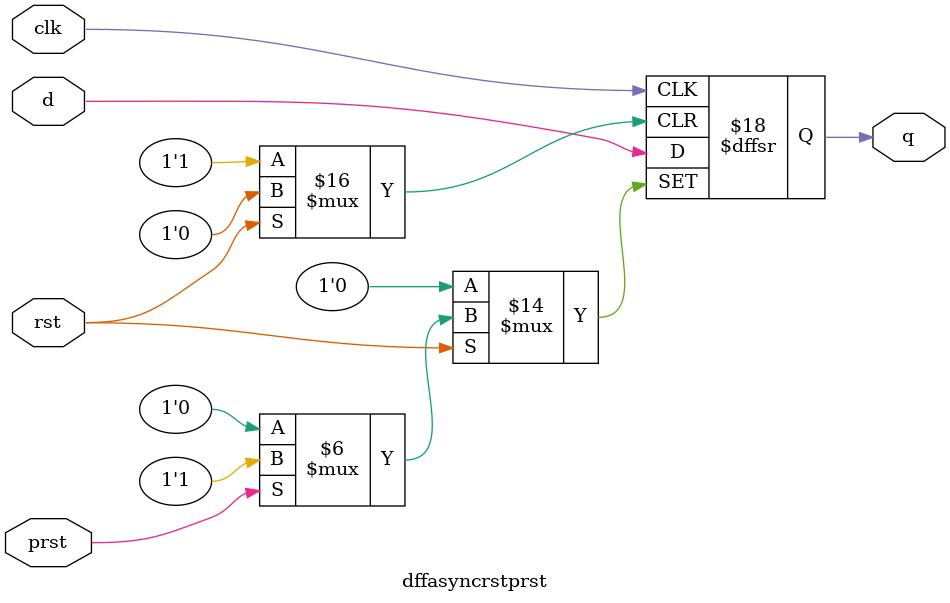
<source format=v>
module dffasyncrstprst (
input d,clk,prst,rst,
output reg q);

always @(posedge clk or posedge prst or negedge rst)
begin
if (rst==0)  q <= 1'b0;
else if(prst == 1)   q<=1'b1;
else    q<=d;
end
endmodule


</source>
